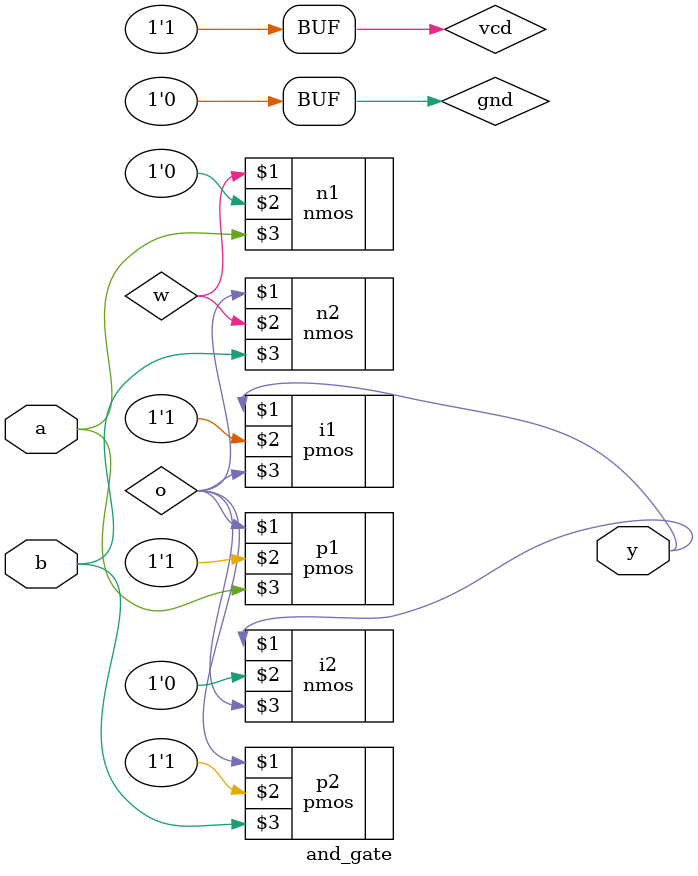
<source format=v>
module and_gate(
input a,b,
output y);
supply1 vcd;
supply0 gnd;
wire o,w;
pmos p1(o,vcd,a);
pmos p2(o,vcd,b);
nmos n1(w,gnd,a);
nmos n2(o,w,b);
pmos i1(y,vcd,o);
nmos i2(y,gnd,o);
endmodule

</source>
